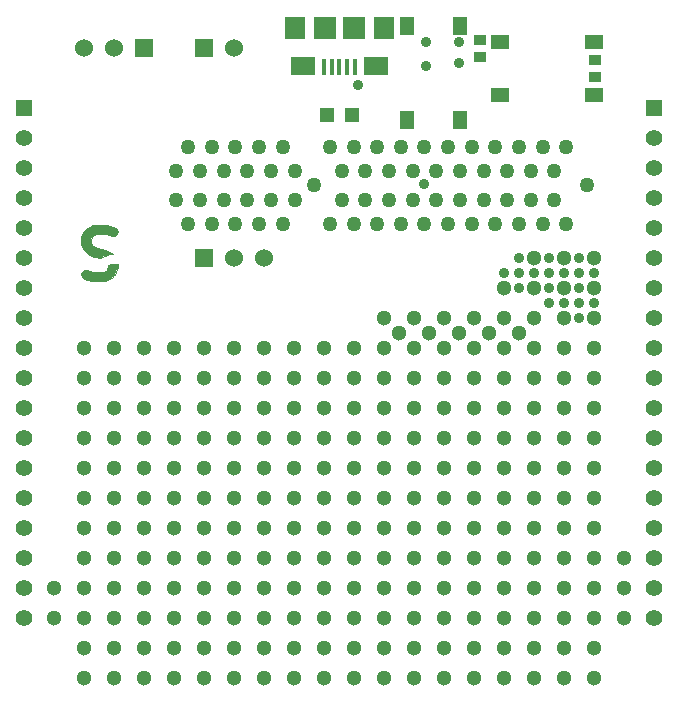
<source format=gts>
G04 (created by PCBNEW (2013-dec-23)-stable) date Thu 15 May 2014 10:29:33 AM EDT*
%MOIN*%
G04 Gerber Fmt 3.4, Leading zero omitted, Abs format*
%FSLAX34Y34*%
G01*
G70*
G90*
G04 APERTURE LIST*
%ADD10C,0.00590551*%
%ADD11R,0.055X0.055*%
%ADD12C,0.055*%
%ADD13R,0.06X0.06*%
%ADD14C,0.06*%
%ADD15R,0.0394X0.0354*%
%ADD16C,0.05*%
%ADD17R,0.015748X0.0531496*%
%ADD18R,0.0826772X0.0629921*%
%ADD19R,0.0748031X0.0748031*%
%ADD20R,0.0708661X0.0748031*%
%ADD21R,0.0511811X0.0649606*%
%ADD22R,0.0649606X0.0511811*%
%ADD23R,0.0472X0.0472*%
%ADD24C,0.0354331*%
%ADD25C,0.0511811*%
%ADD26C,0.000393701*%
G04 APERTURE END LIST*
G54D10*
G54D11*
X103019Y-45830D03*
G54D12*
X103019Y-46830D03*
X103019Y-47830D03*
X103019Y-48830D03*
X103019Y-49830D03*
X103019Y-50830D03*
X103019Y-51830D03*
X103019Y-52830D03*
X103019Y-53830D03*
X103019Y-54830D03*
X103019Y-55830D03*
X103019Y-56830D03*
X103019Y-57830D03*
X103019Y-58830D03*
X103019Y-59830D03*
X103019Y-60830D03*
X103019Y-61830D03*
X103019Y-62830D03*
G54D11*
X82019Y-45830D03*
G54D12*
X82019Y-46830D03*
X82019Y-47830D03*
X82019Y-48830D03*
X82019Y-49830D03*
X82019Y-50830D03*
X82019Y-51830D03*
X82019Y-52830D03*
X82019Y-53830D03*
X82019Y-54830D03*
X82019Y-55830D03*
X82019Y-56830D03*
X82019Y-57830D03*
X82019Y-58830D03*
X82019Y-59830D03*
X82019Y-60830D03*
X82019Y-61830D03*
X82019Y-62830D03*
G54D13*
X88019Y-50830D03*
G54D14*
X89019Y-50830D03*
X90019Y-50830D03*
G54D13*
X86019Y-43830D03*
G54D14*
X85019Y-43830D03*
X84019Y-43830D03*
G54D15*
X101023Y-44823D03*
X101023Y-44231D03*
X97204Y-43562D03*
X97204Y-44154D03*
G54D16*
X87480Y-47146D03*
X87874Y-47933D03*
X88268Y-47146D03*
X88661Y-47933D03*
X89055Y-47146D03*
X89449Y-47933D03*
X89842Y-47146D03*
X90236Y-47933D03*
X90630Y-47146D03*
X91023Y-47933D03*
X92205Y-47146D03*
X92598Y-47933D03*
X92992Y-47146D03*
X93386Y-47933D03*
X93779Y-47146D03*
X94173Y-47933D03*
X94567Y-47146D03*
X94960Y-47933D03*
X95354Y-47146D03*
X95748Y-47933D03*
X96142Y-47146D03*
X96535Y-47933D03*
X96929Y-47146D03*
X97323Y-47933D03*
X97716Y-47146D03*
X98110Y-47933D03*
X98504Y-47146D03*
X98897Y-47933D03*
X99291Y-47146D03*
X99685Y-47933D03*
X100079Y-47146D03*
X87086Y-48916D03*
X87480Y-49704D03*
X87874Y-48916D03*
X88268Y-49704D03*
X88661Y-48916D03*
X89055Y-49704D03*
X89449Y-48916D03*
X89842Y-49704D03*
X90236Y-48916D03*
X90630Y-49704D03*
X91023Y-48916D03*
X92205Y-49704D03*
X92598Y-48916D03*
X92992Y-49704D03*
X93386Y-48916D03*
X93779Y-49704D03*
X94173Y-48916D03*
X94567Y-49704D03*
X94960Y-48916D03*
X95354Y-49704D03*
X95748Y-48916D03*
X96142Y-49704D03*
X96535Y-48916D03*
X96929Y-49704D03*
X97323Y-48916D03*
X97716Y-49704D03*
X98110Y-48916D03*
X98504Y-49704D03*
X98897Y-48916D03*
X99291Y-49704D03*
X99685Y-48916D03*
X100079Y-49704D03*
X87086Y-47933D03*
X91673Y-48425D03*
X100787Y-48425D03*
G54D13*
X88019Y-43830D03*
G54D14*
X89019Y-43830D03*
G54D17*
X93031Y-44488D03*
X92775Y-44488D03*
X92519Y-44488D03*
X92263Y-44488D03*
X92007Y-44488D03*
G54D18*
X93740Y-44438D03*
X91299Y-44438D03*
G54D19*
X92992Y-43169D03*
X92047Y-43169D03*
G54D20*
X94015Y-43169D03*
X91023Y-43169D03*
G54D21*
X96555Y-43120D03*
X96555Y-46250D03*
X94783Y-43120D03*
X94783Y-46250D03*
G54D22*
X101013Y-45413D03*
X97883Y-45413D03*
X101013Y-43641D03*
X97883Y-43641D03*
G54D23*
X92932Y-46062D03*
X92106Y-46062D03*
G54D24*
X100519Y-52830D03*
X98019Y-51330D03*
X98519Y-50830D03*
X98519Y-51330D03*
X98519Y-51830D03*
X101019Y-52330D03*
X100519Y-52330D03*
X100519Y-51830D03*
X101019Y-51330D03*
X100519Y-51330D03*
X100519Y-50830D03*
X100019Y-52330D03*
X99519Y-52330D03*
X99519Y-51830D03*
X100019Y-51330D03*
X99019Y-51330D03*
X99519Y-51330D03*
X99519Y-50830D03*
G54D25*
X98519Y-53330D03*
X97519Y-53330D03*
X96519Y-53330D03*
X95519Y-53330D03*
X94519Y-53330D03*
X99019Y-50830D03*
X100019Y-50830D03*
X101019Y-50830D03*
X101019Y-51830D03*
X95019Y-53830D03*
X96019Y-53830D03*
X97019Y-53830D03*
X94019Y-53830D03*
X91019Y-53830D03*
X98019Y-53830D03*
X90019Y-53830D03*
X98019Y-51830D03*
X98019Y-52830D03*
X94019Y-52830D03*
X97019Y-52830D03*
X96019Y-52830D03*
X95019Y-52830D03*
X84019Y-64830D03*
X86019Y-64830D03*
X85019Y-64830D03*
X89019Y-64830D03*
X88019Y-64830D03*
X87019Y-64830D03*
X95019Y-64830D03*
X96019Y-64830D03*
X97019Y-64830D03*
X93019Y-64830D03*
X94019Y-64830D03*
X92019Y-64830D03*
X91019Y-64830D03*
X100019Y-64830D03*
X99019Y-64830D03*
X101019Y-64830D03*
X98019Y-64830D03*
X90019Y-64830D03*
X90019Y-63830D03*
X98019Y-63830D03*
X101019Y-63830D03*
X99019Y-63830D03*
X100019Y-63830D03*
X91019Y-63830D03*
X92019Y-63830D03*
X94019Y-63830D03*
X93019Y-63830D03*
X97019Y-63830D03*
X96019Y-63830D03*
X95019Y-63830D03*
X87019Y-63830D03*
X88019Y-63830D03*
X89019Y-63830D03*
X85019Y-63830D03*
X86019Y-63830D03*
X84019Y-63830D03*
X84019Y-55830D03*
X86019Y-55830D03*
X85019Y-55830D03*
X89019Y-55830D03*
X88019Y-55830D03*
X87019Y-55830D03*
X95019Y-55830D03*
X96019Y-55830D03*
X97019Y-55830D03*
X93019Y-55830D03*
X94019Y-55830D03*
X91019Y-55830D03*
X100019Y-55830D03*
X99019Y-55830D03*
X101019Y-55830D03*
X98019Y-55830D03*
X90019Y-55830D03*
X90019Y-54830D03*
X98019Y-54830D03*
X101019Y-54830D03*
X99019Y-54830D03*
X100019Y-54830D03*
X91019Y-54830D03*
X92019Y-54830D03*
X93019Y-54830D03*
X97019Y-54830D03*
X96019Y-54830D03*
X95019Y-54830D03*
X87019Y-54830D03*
X88019Y-54830D03*
X89019Y-54830D03*
X85019Y-54830D03*
X86019Y-54830D03*
X84019Y-54830D03*
X100019Y-51830D03*
X99019Y-51830D03*
X101019Y-52830D03*
X100019Y-52830D03*
X84019Y-53830D03*
X85019Y-53830D03*
X89019Y-53830D03*
X88019Y-53830D03*
X87019Y-53830D03*
X100019Y-53830D03*
X101019Y-53830D03*
X90019Y-58830D03*
X98019Y-58830D03*
X101019Y-58830D03*
X99019Y-58830D03*
X100019Y-58830D03*
X91019Y-58830D03*
X92019Y-58830D03*
X94019Y-58830D03*
X93019Y-58830D03*
X97019Y-58830D03*
X96019Y-58830D03*
X95019Y-58830D03*
X87019Y-58830D03*
X88019Y-58830D03*
X89019Y-58830D03*
X85019Y-58830D03*
X86019Y-58830D03*
X84019Y-58830D03*
X84019Y-57830D03*
X86019Y-57830D03*
X85019Y-57830D03*
X89019Y-57830D03*
X88019Y-57830D03*
X87019Y-57830D03*
X95019Y-57830D03*
X96019Y-57830D03*
X97019Y-57830D03*
X93019Y-57830D03*
X94019Y-57830D03*
X92019Y-57830D03*
X91019Y-57830D03*
X100019Y-57830D03*
X99019Y-57830D03*
X101019Y-57830D03*
X98019Y-57830D03*
X90019Y-57830D03*
X90019Y-56830D03*
X98019Y-56830D03*
X101019Y-56830D03*
X99019Y-56830D03*
X100019Y-56830D03*
X91019Y-56830D03*
X92019Y-56830D03*
X94019Y-56830D03*
X93019Y-56830D03*
X97019Y-56830D03*
X96019Y-56830D03*
X95019Y-56830D03*
X87019Y-56830D03*
X88019Y-56830D03*
X89019Y-56830D03*
X85019Y-56830D03*
X86019Y-56830D03*
X84019Y-56830D03*
X84019Y-59830D03*
X86019Y-59830D03*
X85019Y-59830D03*
X89019Y-59830D03*
X88019Y-59830D03*
X87019Y-59830D03*
X95019Y-59830D03*
X96019Y-59830D03*
X97019Y-59830D03*
X93019Y-59830D03*
X94019Y-59830D03*
X92019Y-59830D03*
X91019Y-59830D03*
X100019Y-59830D03*
X99019Y-59830D03*
X101019Y-59830D03*
X98019Y-59830D03*
X90019Y-59830D03*
X90019Y-60830D03*
X98019Y-60830D03*
X101019Y-60830D03*
X102019Y-60830D03*
X99019Y-60830D03*
X100019Y-60830D03*
X91019Y-60830D03*
X92019Y-60830D03*
X94019Y-60830D03*
X93019Y-60830D03*
X97019Y-60830D03*
X96019Y-60830D03*
X95019Y-60830D03*
X87019Y-60830D03*
X88019Y-60830D03*
X89019Y-60830D03*
X85019Y-60830D03*
X86019Y-60830D03*
X84019Y-60830D03*
X83019Y-61830D03*
X84019Y-61830D03*
X86019Y-61830D03*
X85019Y-61830D03*
X89019Y-61830D03*
X88019Y-61830D03*
X87019Y-61830D03*
X95019Y-61830D03*
X96019Y-61830D03*
X97019Y-61830D03*
X93019Y-61830D03*
X94019Y-61830D03*
X92019Y-61830D03*
X91019Y-61830D03*
X100019Y-61830D03*
X99019Y-61830D03*
X102019Y-61830D03*
X101019Y-61830D03*
X98019Y-61830D03*
X90019Y-61830D03*
X90019Y-62830D03*
X98019Y-62830D03*
X101019Y-62830D03*
X102019Y-62830D03*
X99019Y-62830D03*
X100019Y-62830D03*
X91019Y-62830D03*
X92019Y-62830D03*
X94019Y-62830D03*
X93019Y-62830D03*
X97019Y-62830D03*
X96019Y-62830D03*
X95019Y-62830D03*
X87019Y-62830D03*
X88019Y-62830D03*
X89019Y-62830D03*
X85019Y-62830D03*
X86019Y-62830D03*
X84019Y-62830D03*
X83019Y-62830D03*
X94019Y-54830D03*
X92019Y-55830D03*
X93019Y-53830D03*
G54D24*
X95354Y-48385D03*
X95419Y-44430D03*
X95419Y-43630D03*
G54D25*
X99019Y-52830D03*
G54D24*
X93149Y-45078D03*
X96519Y-43630D03*
X96519Y-44330D03*
G54D25*
X86019Y-53830D03*
X99019Y-53830D03*
X92019Y-53830D03*
G54D10*
G36*
X85127Y-49945D02*
X85116Y-50026D01*
X85069Y-50093D01*
X85046Y-50108D01*
X85007Y-50124D01*
X84937Y-50124D01*
X84724Y-50049D01*
X84420Y-50049D01*
X84325Y-50088D01*
X84270Y-50132D01*
X84222Y-50227D01*
X84226Y-50311D01*
X84270Y-50398D01*
X84309Y-50438D01*
X84424Y-50497D01*
X84727Y-50572D01*
X84904Y-50663D01*
X84963Y-50711D01*
X84885Y-50718D01*
X84617Y-50805D01*
X84562Y-50852D01*
X84335Y-50797D01*
X84131Y-50703D01*
X84013Y-50573D01*
X83919Y-50389D01*
X83915Y-50338D01*
X83915Y-50157D01*
X84013Y-49957D01*
X84111Y-49855D01*
X84146Y-49836D01*
X84319Y-49745D01*
X84366Y-49738D01*
X84751Y-49738D01*
X84782Y-49742D01*
X85085Y-49859D01*
X85127Y-49945D01*
X85127Y-49945D01*
G37*
G54D26*
X85127Y-49945D02*
X85116Y-50026D01*
X85069Y-50093D01*
X85046Y-50108D01*
X85007Y-50124D01*
X84937Y-50124D01*
X84724Y-50049D01*
X84420Y-50049D01*
X84325Y-50088D01*
X84270Y-50132D01*
X84222Y-50227D01*
X84226Y-50311D01*
X84270Y-50398D01*
X84309Y-50438D01*
X84424Y-50497D01*
X84727Y-50572D01*
X84904Y-50663D01*
X84963Y-50711D01*
X84885Y-50718D01*
X84617Y-50805D01*
X84562Y-50852D01*
X84335Y-50797D01*
X84131Y-50703D01*
X84013Y-50573D01*
X83919Y-50389D01*
X83915Y-50338D01*
X83915Y-50157D01*
X84013Y-49957D01*
X84111Y-49855D01*
X84146Y-49836D01*
X84319Y-49745D01*
X84366Y-49738D01*
X84751Y-49738D01*
X84782Y-49742D01*
X85085Y-49859D01*
X85127Y-49945D01*
G54D10*
G36*
X85124Y-51184D02*
X85116Y-51223D01*
X85025Y-51404D01*
X85010Y-51419D01*
X84927Y-51506D01*
X84900Y-51525D01*
X84715Y-51616D01*
X84676Y-51624D01*
X84283Y-51624D01*
X84256Y-51620D01*
X84020Y-51541D01*
X83993Y-51529D01*
X83958Y-51502D01*
X83927Y-51459D01*
X83915Y-51417D01*
X83915Y-51370D01*
X83930Y-51323D01*
X83962Y-51277D01*
X84008Y-51249D01*
X84063Y-51238D01*
X84105Y-51242D01*
X84318Y-51312D01*
X84630Y-51312D01*
X84725Y-51265D01*
X84765Y-51229D01*
X84812Y-51130D01*
X84812Y-51079D01*
X84819Y-51076D01*
X84945Y-51033D01*
X85101Y-51033D01*
X85124Y-51044D01*
X85124Y-51184D01*
X85124Y-51184D01*
G37*
G54D26*
X85124Y-51184D02*
X85116Y-51223D01*
X85025Y-51404D01*
X85010Y-51419D01*
X84927Y-51506D01*
X84900Y-51525D01*
X84715Y-51616D01*
X84676Y-51624D01*
X84283Y-51624D01*
X84256Y-51620D01*
X84020Y-51541D01*
X83993Y-51529D01*
X83958Y-51502D01*
X83927Y-51459D01*
X83915Y-51417D01*
X83915Y-51370D01*
X83930Y-51323D01*
X83962Y-51277D01*
X84008Y-51249D01*
X84063Y-51238D01*
X84105Y-51242D01*
X84318Y-51312D01*
X84630Y-51312D01*
X84725Y-51265D01*
X84765Y-51229D01*
X84812Y-51130D01*
X84812Y-51079D01*
X84819Y-51076D01*
X84945Y-51033D01*
X85101Y-51033D01*
X85124Y-51044D01*
X85124Y-51184D01*
M02*

</source>
